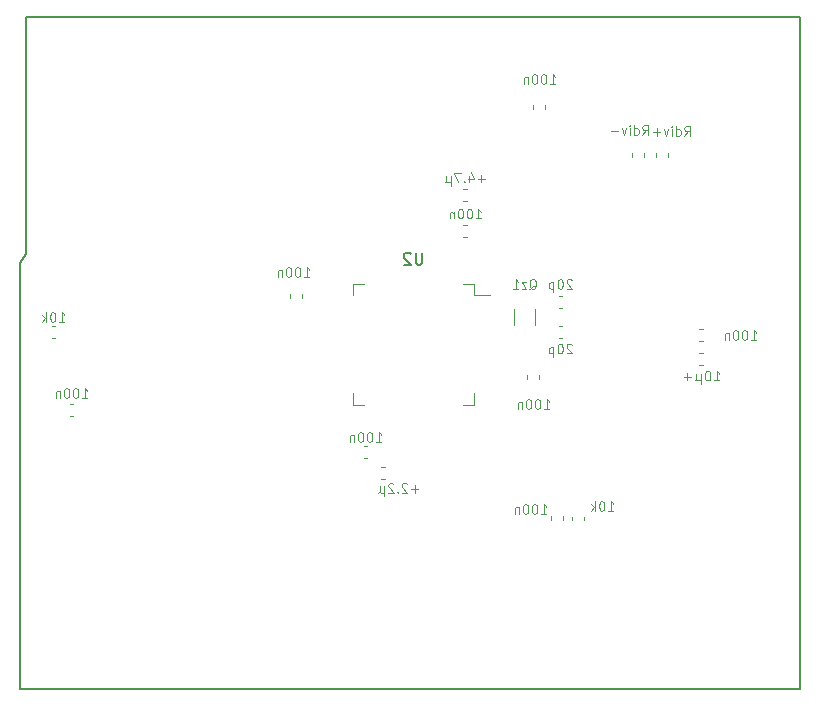
<source format=gbr>
G04 #@! TF.GenerationSoftware,KiCad,Pcbnew,(5.1.0)-1*
G04 #@! TF.CreationDate,2019-04-21T19:35:35+02:00*
G04 #@! TF.ProjectId,RM Board03,524d2042-6f61-4726-9430-332e6b696361,rev?*
G04 #@! TF.SameCoordinates,Original*
G04 #@! TF.FileFunction,Legend,Bot*
G04 #@! TF.FilePolarity,Positive*
%FSLAX46Y46*%
G04 Gerber Fmt 4.6, Leading zero omitted, Abs format (unit mm)*
G04 Created by KiCad (PCBNEW (5.1.0)-1) date 2019-04-21 19:35:35*
%MOMM*%
%LPD*%
G04 APERTURE LIST*
%ADD10C,0.150000*%
%ADD11C,0.120000*%
G04 APERTURE END LIST*
D10*
X99314000Y-118872000D02*
X99314000Y-98806000D01*
X98806000Y-119634000D02*
X99314000Y-118872000D01*
X98806000Y-155702000D02*
X98806000Y-119634000D01*
X164846000Y-155702000D02*
X98806000Y-155702000D01*
X164846000Y-98806000D02*
X164846000Y-155702000D01*
X99314000Y-98806000D02*
X164846000Y-98806000D01*
D11*
X103286779Y-132590000D02*
X102961221Y-132590000D01*
X103286779Y-131570000D02*
X102961221Y-131570000D01*
X143762000Y-141386779D02*
X143762000Y-141061221D01*
X144782000Y-141386779D02*
X144782000Y-141061221D01*
X122684000Y-122265221D02*
X122684000Y-122590779D01*
X121664000Y-122265221D02*
X121664000Y-122590779D01*
X156292733Y-127252000D02*
X156635267Y-127252000D01*
X156292733Y-128272000D02*
X156635267Y-128272000D01*
X127853221Y-135126000D02*
X128178779Y-135126000D01*
X127853221Y-136146000D02*
X128178779Y-136146000D01*
X156292733Y-125220000D02*
X156635267Y-125220000D01*
X156292733Y-126240000D02*
X156635267Y-126240000D01*
X141730000Y-129448779D02*
X141730000Y-129123221D01*
X142750000Y-129448779D02*
X142750000Y-129123221D01*
X129711267Y-137924000D02*
X129368733Y-137924000D01*
X129711267Y-136904000D02*
X129368733Y-136904000D01*
X101437221Y-124966000D02*
X101762779Y-124966000D01*
X101437221Y-125986000D02*
X101762779Y-125986000D01*
X146560000Y-141086721D02*
X146560000Y-141412279D01*
X145540000Y-141086721D02*
X145540000Y-141412279D01*
X137190000Y-122332000D02*
X138530000Y-122332000D01*
X137190000Y-121382000D02*
X137190000Y-122332000D01*
X136240000Y-121382000D02*
X137190000Y-121382000D01*
X126970000Y-121382000D02*
X126970000Y-122332000D01*
X127920000Y-121382000D02*
X126970000Y-121382000D01*
X137190000Y-131602000D02*
X137190000Y-130652000D01*
X136240000Y-131602000D02*
X137190000Y-131602000D01*
X126970000Y-131602000D02*
X126970000Y-130652000D01*
X127920000Y-131602000D02*
X126970000Y-131602000D01*
X136624279Y-117413500D02*
X136298721Y-117413500D01*
X136624279Y-116393500D02*
X136298721Y-116393500D01*
X153672000Y-110327221D02*
X153672000Y-110652779D01*
X152652000Y-110327221D02*
X152652000Y-110652779D01*
X150620000Y-110652779D02*
X150620000Y-110327221D01*
X151640000Y-110652779D02*
X151640000Y-110327221D01*
X136632767Y-114365500D02*
X136290233Y-114365500D01*
X136632767Y-113345500D02*
X136290233Y-113345500D01*
X143258000Y-106263221D02*
X143258000Y-106588779D01*
X142238000Y-106263221D02*
X142238000Y-106588779D01*
X144363221Y-122426000D02*
X144688779Y-122426000D01*
X144363221Y-123446000D02*
X144688779Y-123446000D01*
X144363221Y-124966000D02*
X144688779Y-124966000D01*
X144363221Y-125986000D02*
X144688779Y-125986000D01*
X142353000Y-124881000D02*
X142353000Y-123531000D01*
X140603000Y-124881000D02*
X140603000Y-123531000D01*
X104019238Y-131011904D02*
X104476380Y-131011904D01*
X104247809Y-131011904D02*
X104247809Y-130211904D01*
X104324000Y-130326190D01*
X104400190Y-130402380D01*
X104476380Y-130440476D01*
X103524000Y-130211904D02*
X103447809Y-130211904D01*
X103371619Y-130250000D01*
X103333523Y-130288095D01*
X103295428Y-130364285D01*
X103257333Y-130516666D01*
X103257333Y-130707142D01*
X103295428Y-130859523D01*
X103333523Y-130935714D01*
X103371619Y-130973809D01*
X103447809Y-131011904D01*
X103524000Y-131011904D01*
X103600190Y-130973809D01*
X103638285Y-130935714D01*
X103676380Y-130859523D01*
X103714476Y-130707142D01*
X103714476Y-130516666D01*
X103676380Y-130364285D01*
X103638285Y-130288095D01*
X103600190Y-130250000D01*
X103524000Y-130211904D01*
X102762095Y-130211904D02*
X102685904Y-130211904D01*
X102609714Y-130250000D01*
X102571619Y-130288095D01*
X102533523Y-130364285D01*
X102495428Y-130516666D01*
X102495428Y-130707142D01*
X102533523Y-130859523D01*
X102571619Y-130935714D01*
X102609714Y-130973809D01*
X102685904Y-131011904D01*
X102762095Y-131011904D01*
X102838285Y-130973809D01*
X102876380Y-130935714D01*
X102914476Y-130859523D01*
X102952571Y-130707142D01*
X102952571Y-130516666D01*
X102914476Y-130364285D01*
X102876380Y-130288095D01*
X102838285Y-130250000D01*
X102762095Y-130211904D01*
X102152571Y-130478571D02*
X102152571Y-131011904D01*
X102152571Y-130554761D02*
X102114476Y-130516666D01*
X102038285Y-130478571D01*
X101924000Y-130478571D01*
X101847809Y-130516666D01*
X101809714Y-130592857D01*
X101809714Y-131011904D01*
X142881238Y-140823904D02*
X143338380Y-140823904D01*
X143109809Y-140823904D02*
X143109809Y-140023904D01*
X143186000Y-140138190D01*
X143262190Y-140214380D01*
X143338380Y-140252476D01*
X142386000Y-140023904D02*
X142309809Y-140023904D01*
X142233619Y-140062000D01*
X142195523Y-140100095D01*
X142157428Y-140176285D01*
X142119333Y-140328666D01*
X142119333Y-140519142D01*
X142157428Y-140671523D01*
X142195523Y-140747714D01*
X142233619Y-140785809D01*
X142309809Y-140823904D01*
X142386000Y-140823904D01*
X142462190Y-140785809D01*
X142500285Y-140747714D01*
X142538380Y-140671523D01*
X142576476Y-140519142D01*
X142576476Y-140328666D01*
X142538380Y-140176285D01*
X142500285Y-140100095D01*
X142462190Y-140062000D01*
X142386000Y-140023904D01*
X141624095Y-140023904D02*
X141547904Y-140023904D01*
X141471714Y-140062000D01*
X141433619Y-140100095D01*
X141395523Y-140176285D01*
X141357428Y-140328666D01*
X141357428Y-140519142D01*
X141395523Y-140671523D01*
X141433619Y-140747714D01*
X141471714Y-140785809D01*
X141547904Y-140823904D01*
X141624095Y-140823904D01*
X141700285Y-140785809D01*
X141738380Y-140747714D01*
X141776476Y-140671523D01*
X141814571Y-140519142D01*
X141814571Y-140328666D01*
X141776476Y-140176285D01*
X141738380Y-140100095D01*
X141700285Y-140062000D01*
X141624095Y-140023904D01*
X141014571Y-140290571D02*
X141014571Y-140823904D01*
X141014571Y-140366761D02*
X140976476Y-140328666D01*
X140900285Y-140290571D01*
X140786000Y-140290571D01*
X140709809Y-140328666D01*
X140671714Y-140404857D01*
X140671714Y-140823904D01*
X122815238Y-120757904D02*
X123272380Y-120757904D01*
X123043809Y-120757904D02*
X123043809Y-119957904D01*
X123120000Y-120072190D01*
X123196190Y-120148380D01*
X123272380Y-120186476D01*
X122320000Y-119957904D02*
X122243809Y-119957904D01*
X122167619Y-119996000D01*
X122129523Y-120034095D01*
X122091428Y-120110285D01*
X122053333Y-120262666D01*
X122053333Y-120453142D01*
X122091428Y-120605523D01*
X122129523Y-120681714D01*
X122167619Y-120719809D01*
X122243809Y-120757904D01*
X122320000Y-120757904D01*
X122396190Y-120719809D01*
X122434285Y-120681714D01*
X122472380Y-120605523D01*
X122510476Y-120453142D01*
X122510476Y-120262666D01*
X122472380Y-120110285D01*
X122434285Y-120034095D01*
X122396190Y-119996000D01*
X122320000Y-119957904D01*
X121558095Y-119957904D02*
X121481904Y-119957904D01*
X121405714Y-119996000D01*
X121367619Y-120034095D01*
X121329523Y-120110285D01*
X121291428Y-120262666D01*
X121291428Y-120453142D01*
X121329523Y-120605523D01*
X121367619Y-120681714D01*
X121405714Y-120719809D01*
X121481904Y-120757904D01*
X121558095Y-120757904D01*
X121634285Y-120719809D01*
X121672380Y-120681714D01*
X121710476Y-120605523D01*
X121748571Y-120453142D01*
X121748571Y-120262666D01*
X121710476Y-120110285D01*
X121672380Y-120034095D01*
X121634285Y-119996000D01*
X121558095Y-119957904D01*
X120948571Y-120224571D02*
X120948571Y-120757904D01*
X120948571Y-120300761D02*
X120910476Y-120262666D01*
X120834285Y-120224571D01*
X120720000Y-120224571D01*
X120643809Y-120262666D01*
X120605714Y-120338857D01*
X120605714Y-120757904D01*
X157530666Y-129553904D02*
X157987809Y-129553904D01*
X157759238Y-129553904D02*
X157759238Y-128753904D01*
X157835428Y-128868190D01*
X157911619Y-128944380D01*
X157987809Y-128982476D01*
X157035428Y-128753904D02*
X156959238Y-128753904D01*
X156883047Y-128792000D01*
X156844952Y-128830095D01*
X156806857Y-128906285D01*
X156768761Y-129058666D01*
X156768761Y-129249142D01*
X156806857Y-129401523D01*
X156844952Y-129477714D01*
X156883047Y-129515809D01*
X156959238Y-129553904D01*
X157035428Y-129553904D01*
X157111619Y-129515809D01*
X157149714Y-129477714D01*
X157187809Y-129401523D01*
X157225904Y-129249142D01*
X157225904Y-129058666D01*
X157187809Y-128906285D01*
X157149714Y-128830095D01*
X157111619Y-128792000D01*
X157035428Y-128753904D01*
X156425904Y-129020571D02*
X156425904Y-129820571D01*
X156044952Y-129439619D02*
X156006857Y-129515809D01*
X155930666Y-129553904D01*
X156425904Y-129439619D02*
X156387809Y-129515809D01*
X156311619Y-129553904D01*
X156159238Y-129553904D01*
X156083047Y-129515809D01*
X156044952Y-129439619D01*
X156044952Y-129020571D01*
X155587809Y-129249142D02*
X154978285Y-129249142D01*
X155283047Y-129553904D02*
X155283047Y-128944380D01*
X128911238Y-134727904D02*
X129368380Y-134727904D01*
X129139809Y-134727904D02*
X129139809Y-133927904D01*
X129216000Y-134042190D01*
X129292190Y-134118380D01*
X129368380Y-134156476D01*
X128416000Y-133927904D02*
X128339809Y-133927904D01*
X128263619Y-133966000D01*
X128225523Y-134004095D01*
X128187428Y-134080285D01*
X128149333Y-134232666D01*
X128149333Y-134423142D01*
X128187428Y-134575523D01*
X128225523Y-134651714D01*
X128263619Y-134689809D01*
X128339809Y-134727904D01*
X128416000Y-134727904D01*
X128492190Y-134689809D01*
X128530285Y-134651714D01*
X128568380Y-134575523D01*
X128606476Y-134423142D01*
X128606476Y-134232666D01*
X128568380Y-134080285D01*
X128530285Y-134004095D01*
X128492190Y-133966000D01*
X128416000Y-133927904D01*
X127654095Y-133927904D02*
X127577904Y-133927904D01*
X127501714Y-133966000D01*
X127463619Y-134004095D01*
X127425523Y-134080285D01*
X127387428Y-134232666D01*
X127387428Y-134423142D01*
X127425523Y-134575523D01*
X127463619Y-134651714D01*
X127501714Y-134689809D01*
X127577904Y-134727904D01*
X127654095Y-134727904D01*
X127730285Y-134689809D01*
X127768380Y-134651714D01*
X127806476Y-134575523D01*
X127844571Y-134423142D01*
X127844571Y-134232666D01*
X127806476Y-134080285D01*
X127768380Y-134004095D01*
X127730285Y-133966000D01*
X127654095Y-133927904D01*
X127044571Y-134194571D02*
X127044571Y-134727904D01*
X127044571Y-134270761D02*
X127006476Y-134232666D01*
X126930285Y-134194571D01*
X126816000Y-134194571D01*
X126739809Y-134232666D01*
X126701714Y-134308857D01*
X126701714Y-134727904D01*
X160661238Y-126091904D02*
X161118380Y-126091904D01*
X160889809Y-126091904D02*
X160889809Y-125291904D01*
X160966000Y-125406190D01*
X161042190Y-125482380D01*
X161118380Y-125520476D01*
X160166000Y-125291904D02*
X160089809Y-125291904D01*
X160013619Y-125330000D01*
X159975523Y-125368095D01*
X159937428Y-125444285D01*
X159899333Y-125596666D01*
X159899333Y-125787142D01*
X159937428Y-125939523D01*
X159975523Y-126015714D01*
X160013619Y-126053809D01*
X160089809Y-126091904D01*
X160166000Y-126091904D01*
X160242190Y-126053809D01*
X160280285Y-126015714D01*
X160318380Y-125939523D01*
X160356476Y-125787142D01*
X160356476Y-125596666D01*
X160318380Y-125444285D01*
X160280285Y-125368095D01*
X160242190Y-125330000D01*
X160166000Y-125291904D01*
X159404095Y-125291904D02*
X159327904Y-125291904D01*
X159251714Y-125330000D01*
X159213619Y-125368095D01*
X159175523Y-125444285D01*
X159137428Y-125596666D01*
X159137428Y-125787142D01*
X159175523Y-125939523D01*
X159213619Y-126015714D01*
X159251714Y-126053809D01*
X159327904Y-126091904D01*
X159404095Y-126091904D01*
X159480285Y-126053809D01*
X159518380Y-126015714D01*
X159556476Y-125939523D01*
X159594571Y-125787142D01*
X159594571Y-125596666D01*
X159556476Y-125444285D01*
X159518380Y-125368095D01*
X159480285Y-125330000D01*
X159404095Y-125291904D01*
X158794571Y-125558571D02*
X158794571Y-126091904D01*
X158794571Y-125634761D02*
X158756476Y-125596666D01*
X158680285Y-125558571D01*
X158566000Y-125558571D01*
X158489809Y-125596666D01*
X158451714Y-125672857D01*
X158451714Y-126091904D01*
X143135238Y-131933904D02*
X143592380Y-131933904D01*
X143363809Y-131933904D02*
X143363809Y-131133904D01*
X143440000Y-131248190D01*
X143516190Y-131324380D01*
X143592380Y-131362476D01*
X142640000Y-131133904D02*
X142563809Y-131133904D01*
X142487619Y-131172000D01*
X142449523Y-131210095D01*
X142411428Y-131286285D01*
X142373333Y-131438666D01*
X142373333Y-131629142D01*
X142411428Y-131781523D01*
X142449523Y-131857714D01*
X142487619Y-131895809D01*
X142563809Y-131933904D01*
X142640000Y-131933904D01*
X142716190Y-131895809D01*
X142754285Y-131857714D01*
X142792380Y-131781523D01*
X142830476Y-131629142D01*
X142830476Y-131438666D01*
X142792380Y-131286285D01*
X142754285Y-131210095D01*
X142716190Y-131172000D01*
X142640000Y-131133904D01*
X141878095Y-131133904D02*
X141801904Y-131133904D01*
X141725714Y-131172000D01*
X141687619Y-131210095D01*
X141649523Y-131286285D01*
X141611428Y-131438666D01*
X141611428Y-131629142D01*
X141649523Y-131781523D01*
X141687619Y-131857714D01*
X141725714Y-131895809D01*
X141801904Y-131933904D01*
X141878095Y-131933904D01*
X141954285Y-131895809D01*
X141992380Y-131857714D01*
X142030476Y-131781523D01*
X142068571Y-131629142D01*
X142068571Y-131438666D01*
X142030476Y-131286285D01*
X141992380Y-131210095D01*
X141954285Y-131172000D01*
X141878095Y-131133904D01*
X141268571Y-131400571D02*
X141268571Y-131933904D01*
X141268571Y-131476761D02*
X141230476Y-131438666D01*
X141154285Y-131400571D01*
X141040000Y-131400571D01*
X140963809Y-131438666D01*
X140925714Y-131514857D01*
X140925714Y-131933904D01*
X132486190Y-138741142D02*
X131876666Y-138741142D01*
X132181428Y-139045904D02*
X132181428Y-138436380D01*
X131533809Y-138322095D02*
X131495714Y-138284000D01*
X131419523Y-138245904D01*
X131229047Y-138245904D01*
X131152857Y-138284000D01*
X131114761Y-138322095D01*
X131076666Y-138398285D01*
X131076666Y-138474476D01*
X131114761Y-138588761D01*
X131571904Y-139045904D01*
X131076666Y-139045904D01*
X130733809Y-138969714D02*
X130695714Y-139007809D01*
X130733809Y-139045904D01*
X130771904Y-139007809D01*
X130733809Y-138969714D01*
X130733809Y-139045904D01*
X130390952Y-138322095D02*
X130352857Y-138284000D01*
X130276666Y-138245904D01*
X130086190Y-138245904D01*
X130010000Y-138284000D01*
X129971904Y-138322095D01*
X129933809Y-138398285D01*
X129933809Y-138474476D01*
X129971904Y-138588761D01*
X130429047Y-139045904D01*
X129933809Y-139045904D01*
X129590952Y-138512571D02*
X129590952Y-139312571D01*
X129210000Y-138931619D02*
X129171904Y-139007809D01*
X129095714Y-139045904D01*
X129590952Y-138931619D02*
X129552857Y-139007809D01*
X129476666Y-139045904D01*
X129324285Y-139045904D01*
X129248095Y-139007809D01*
X129210000Y-138931619D01*
X129210000Y-138512571D01*
X102076190Y-124567904D02*
X102533333Y-124567904D01*
X102304761Y-124567904D02*
X102304761Y-123767904D01*
X102380952Y-123882190D01*
X102457142Y-123958380D01*
X102533333Y-123996476D01*
X101580952Y-123767904D02*
X101504761Y-123767904D01*
X101428571Y-123806000D01*
X101390476Y-123844095D01*
X101352380Y-123920285D01*
X101314285Y-124072666D01*
X101314285Y-124263142D01*
X101352380Y-124415523D01*
X101390476Y-124491714D01*
X101428571Y-124529809D01*
X101504761Y-124567904D01*
X101580952Y-124567904D01*
X101657142Y-124529809D01*
X101695238Y-124491714D01*
X101733333Y-124415523D01*
X101771428Y-124263142D01*
X101771428Y-124072666D01*
X101733333Y-123920285D01*
X101695238Y-123844095D01*
X101657142Y-123806000D01*
X101580952Y-123767904D01*
X100971428Y-124567904D02*
X100971428Y-123767904D01*
X100895238Y-124263142D02*
X100666666Y-124567904D01*
X100666666Y-124034571D02*
X100971428Y-124339333D01*
X148558190Y-140569904D02*
X149015333Y-140569904D01*
X148786761Y-140569904D02*
X148786761Y-139769904D01*
X148862952Y-139884190D01*
X148939142Y-139960380D01*
X149015333Y-139998476D01*
X148062952Y-139769904D02*
X147986761Y-139769904D01*
X147910571Y-139808000D01*
X147872476Y-139846095D01*
X147834380Y-139922285D01*
X147796285Y-140074666D01*
X147796285Y-140265142D01*
X147834380Y-140417523D01*
X147872476Y-140493714D01*
X147910571Y-140531809D01*
X147986761Y-140569904D01*
X148062952Y-140569904D01*
X148139142Y-140531809D01*
X148177238Y-140493714D01*
X148215333Y-140417523D01*
X148253428Y-140265142D01*
X148253428Y-140074666D01*
X148215333Y-139922285D01*
X148177238Y-139846095D01*
X148139142Y-139808000D01*
X148062952Y-139769904D01*
X147453428Y-140569904D02*
X147453428Y-139769904D01*
X147377238Y-140265142D02*
X147148666Y-140569904D01*
X147148666Y-140036571D02*
X147453428Y-140341333D01*
D10*
X132841904Y-118744380D02*
X132841904Y-119553904D01*
X132794285Y-119649142D01*
X132746666Y-119696761D01*
X132651428Y-119744380D01*
X132460952Y-119744380D01*
X132365714Y-119696761D01*
X132318095Y-119649142D01*
X132270476Y-119553904D01*
X132270476Y-118744380D01*
X131841904Y-118839619D02*
X131794285Y-118792000D01*
X131699047Y-118744380D01*
X131460952Y-118744380D01*
X131365714Y-118792000D01*
X131318095Y-118839619D01*
X131270476Y-118934857D01*
X131270476Y-119030095D01*
X131318095Y-119172952D01*
X131889523Y-119744380D01*
X131270476Y-119744380D01*
D11*
X137356738Y-115835404D02*
X137813880Y-115835404D01*
X137585309Y-115835404D02*
X137585309Y-115035404D01*
X137661500Y-115149690D01*
X137737690Y-115225880D01*
X137813880Y-115263976D01*
X136861500Y-115035404D02*
X136785309Y-115035404D01*
X136709119Y-115073500D01*
X136671023Y-115111595D01*
X136632928Y-115187785D01*
X136594833Y-115340166D01*
X136594833Y-115530642D01*
X136632928Y-115683023D01*
X136671023Y-115759214D01*
X136709119Y-115797309D01*
X136785309Y-115835404D01*
X136861500Y-115835404D01*
X136937690Y-115797309D01*
X136975785Y-115759214D01*
X137013880Y-115683023D01*
X137051976Y-115530642D01*
X137051976Y-115340166D01*
X137013880Y-115187785D01*
X136975785Y-115111595D01*
X136937690Y-115073500D01*
X136861500Y-115035404D01*
X136099595Y-115035404D02*
X136023404Y-115035404D01*
X135947214Y-115073500D01*
X135909119Y-115111595D01*
X135871023Y-115187785D01*
X135832928Y-115340166D01*
X135832928Y-115530642D01*
X135871023Y-115683023D01*
X135909119Y-115759214D01*
X135947214Y-115797309D01*
X136023404Y-115835404D01*
X136099595Y-115835404D01*
X136175785Y-115797309D01*
X136213880Y-115759214D01*
X136251976Y-115683023D01*
X136290071Y-115530642D01*
X136290071Y-115340166D01*
X136251976Y-115187785D01*
X136213880Y-115111595D01*
X136175785Y-115073500D01*
X136099595Y-115035404D01*
X135490071Y-115302071D02*
X135490071Y-115835404D01*
X135490071Y-115378261D02*
X135451976Y-115340166D01*
X135375785Y-115302071D01*
X135261500Y-115302071D01*
X135185309Y-115340166D01*
X135147214Y-115416357D01*
X135147214Y-115835404D01*
X155028761Y-108819904D02*
X155295428Y-108438952D01*
X155485904Y-108819904D02*
X155485904Y-108019904D01*
X155181142Y-108019904D01*
X155104952Y-108058000D01*
X155066857Y-108096095D01*
X155028761Y-108172285D01*
X155028761Y-108286571D01*
X155066857Y-108362761D01*
X155104952Y-108400857D01*
X155181142Y-108438952D01*
X155485904Y-108438952D01*
X154343047Y-108819904D02*
X154343047Y-108019904D01*
X154343047Y-108781809D02*
X154419238Y-108819904D01*
X154571619Y-108819904D01*
X154647809Y-108781809D01*
X154685904Y-108743714D01*
X154724000Y-108667523D01*
X154724000Y-108438952D01*
X154685904Y-108362761D01*
X154647809Y-108324666D01*
X154571619Y-108286571D01*
X154419238Y-108286571D01*
X154343047Y-108324666D01*
X153962095Y-108819904D02*
X153962095Y-108286571D01*
X153962095Y-108019904D02*
X154000190Y-108058000D01*
X153962095Y-108096095D01*
X153924000Y-108058000D01*
X153962095Y-108019904D01*
X153962095Y-108096095D01*
X153657333Y-108286571D02*
X153466857Y-108819904D01*
X153276380Y-108286571D01*
X152971619Y-108515142D02*
X152362095Y-108515142D01*
X152666857Y-108819904D02*
X152666857Y-108210380D01*
X151472761Y-108756404D02*
X151739428Y-108375452D01*
X151929904Y-108756404D02*
X151929904Y-107956404D01*
X151625142Y-107956404D01*
X151548952Y-107994500D01*
X151510857Y-108032595D01*
X151472761Y-108108785D01*
X151472761Y-108223071D01*
X151510857Y-108299261D01*
X151548952Y-108337357D01*
X151625142Y-108375452D01*
X151929904Y-108375452D01*
X150787047Y-108756404D02*
X150787047Y-107956404D01*
X150787047Y-108718309D02*
X150863238Y-108756404D01*
X151015619Y-108756404D01*
X151091809Y-108718309D01*
X151129904Y-108680214D01*
X151168000Y-108604023D01*
X151168000Y-108375452D01*
X151129904Y-108299261D01*
X151091809Y-108261166D01*
X151015619Y-108223071D01*
X150863238Y-108223071D01*
X150787047Y-108261166D01*
X150406095Y-108756404D02*
X150406095Y-108223071D01*
X150406095Y-107956404D02*
X150444190Y-107994500D01*
X150406095Y-108032595D01*
X150368000Y-107994500D01*
X150406095Y-107956404D01*
X150406095Y-108032595D01*
X150101333Y-108223071D02*
X149910857Y-108756404D01*
X149720380Y-108223071D01*
X149415619Y-108451642D02*
X148806095Y-108451642D01*
X138137690Y-112482642D02*
X137528166Y-112482642D01*
X137832928Y-112787404D02*
X137832928Y-112177880D01*
X136804357Y-112254071D02*
X136804357Y-112787404D01*
X136994833Y-111949309D02*
X137185309Y-112520738D01*
X136690071Y-112520738D01*
X136385309Y-112711214D02*
X136347214Y-112749309D01*
X136385309Y-112787404D01*
X136423404Y-112749309D01*
X136385309Y-112711214D01*
X136385309Y-112787404D01*
X136080547Y-111987404D02*
X135547214Y-111987404D01*
X135890071Y-112787404D01*
X135242452Y-112254071D02*
X135242452Y-113054071D01*
X134861500Y-112673119D02*
X134823404Y-112749309D01*
X134747214Y-112787404D01*
X135242452Y-112673119D02*
X135204357Y-112749309D01*
X135128166Y-112787404D01*
X134975785Y-112787404D01*
X134899595Y-112749309D01*
X134861500Y-112673119D01*
X134861500Y-112254071D01*
X143643238Y-104438404D02*
X144100380Y-104438404D01*
X143871809Y-104438404D02*
X143871809Y-103638404D01*
X143948000Y-103752690D01*
X144024190Y-103828880D01*
X144100380Y-103866976D01*
X143148000Y-103638404D02*
X143071809Y-103638404D01*
X142995619Y-103676500D01*
X142957523Y-103714595D01*
X142919428Y-103790785D01*
X142881333Y-103943166D01*
X142881333Y-104133642D01*
X142919428Y-104286023D01*
X142957523Y-104362214D01*
X142995619Y-104400309D01*
X143071809Y-104438404D01*
X143148000Y-104438404D01*
X143224190Y-104400309D01*
X143262285Y-104362214D01*
X143300380Y-104286023D01*
X143338476Y-104133642D01*
X143338476Y-103943166D01*
X143300380Y-103790785D01*
X143262285Y-103714595D01*
X143224190Y-103676500D01*
X143148000Y-103638404D01*
X142386095Y-103638404D02*
X142309904Y-103638404D01*
X142233714Y-103676500D01*
X142195619Y-103714595D01*
X142157523Y-103790785D01*
X142119428Y-103943166D01*
X142119428Y-104133642D01*
X142157523Y-104286023D01*
X142195619Y-104362214D01*
X142233714Y-104400309D01*
X142309904Y-104438404D01*
X142386095Y-104438404D01*
X142462285Y-104400309D01*
X142500380Y-104362214D01*
X142538476Y-104286023D01*
X142576571Y-104133642D01*
X142576571Y-103943166D01*
X142538476Y-103790785D01*
X142500380Y-103714595D01*
X142462285Y-103676500D01*
X142386095Y-103638404D01*
X141776571Y-103905071D02*
X141776571Y-104438404D01*
X141776571Y-103981261D02*
X141738476Y-103943166D01*
X141662285Y-103905071D01*
X141548000Y-103905071D01*
X141471809Y-103943166D01*
X141433714Y-104019357D01*
X141433714Y-104438404D01*
X145497428Y-121050095D02*
X145459333Y-121012000D01*
X145383142Y-120973904D01*
X145192666Y-120973904D01*
X145116476Y-121012000D01*
X145078380Y-121050095D01*
X145040285Y-121126285D01*
X145040285Y-121202476D01*
X145078380Y-121316761D01*
X145535523Y-121773904D01*
X145040285Y-121773904D01*
X144545047Y-120973904D02*
X144468857Y-120973904D01*
X144392666Y-121012000D01*
X144354571Y-121050095D01*
X144316476Y-121126285D01*
X144278380Y-121278666D01*
X144278380Y-121469142D01*
X144316476Y-121621523D01*
X144354571Y-121697714D01*
X144392666Y-121735809D01*
X144468857Y-121773904D01*
X144545047Y-121773904D01*
X144621238Y-121735809D01*
X144659333Y-121697714D01*
X144697428Y-121621523D01*
X144735523Y-121469142D01*
X144735523Y-121278666D01*
X144697428Y-121126285D01*
X144659333Y-121050095D01*
X144621238Y-121012000D01*
X144545047Y-120973904D01*
X143935523Y-121240571D02*
X143935523Y-122040571D01*
X143935523Y-121278666D02*
X143859333Y-121240571D01*
X143706952Y-121240571D01*
X143630761Y-121278666D01*
X143592666Y-121316761D01*
X143554571Y-121392952D01*
X143554571Y-121621523D01*
X143592666Y-121697714D01*
X143630761Y-121735809D01*
X143706952Y-121773904D01*
X143859333Y-121773904D01*
X143935523Y-121735809D01*
X145497428Y-126544095D02*
X145459333Y-126506000D01*
X145383142Y-126467904D01*
X145192666Y-126467904D01*
X145116476Y-126506000D01*
X145078380Y-126544095D01*
X145040285Y-126620285D01*
X145040285Y-126696476D01*
X145078380Y-126810761D01*
X145535523Y-127267904D01*
X145040285Y-127267904D01*
X144545047Y-126467904D02*
X144468857Y-126467904D01*
X144392666Y-126506000D01*
X144354571Y-126544095D01*
X144316476Y-126620285D01*
X144278380Y-126772666D01*
X144278380Y-126963142D01*
X144316476Y-127115523D01*
X144354571Y-127191714D01*
X144392666Y-127229809D01*
X144468857Y-127267904D01*
X144545047Y-127267904D01*
X144621238Y-127229809D01*
X144659333Y-127191714D01*
X144697428Y-127115523D01*
X144735523Y-126963142D01*
X144735523Y-126772666D01*
X144697428Y-126620285D01*
X144659333Y-126544095D01*
X144621238Y-126506000D01*
X144545047Y-126467904D01*
X143935523Y-126734571D02*
X143935523Y-127534571D01*
X143935523Y-126772666D02*
X143859333Y-126734571D01*
X143706952Y-126734571D01*
X143630761Y-126772666D01*
X143592666Y-126810761D01*
X143554571Y-126886952D01*
X143554571Y-127115523D01*
X143592666Y-127191714D01*
X143630761Y-127229809D01*
X143706952Y-127267904D01*
X143859333Y-127267904D01*
X143935523Y-127229809D01*
X141878000Y-121850095D02*
X141954190Y-121812000D01*
X142030380Y-121735809D01*
X142144666Y-121621523D01*
X142220857Y-121583428D01*
X142297047Y-121583428D01*
X142258952Y-121773904D02*
X142335142Y-121735809D01*
X142411333Y-121659619D01*
X142449428Y-121507238D01*
X142449428Y-121240571D01*
X142411333Y-121088190D01*
X142335142Y-121012000D01*
X142258952Y-120973904D01*
X142106571Y-120973904D01*
X142030380Y-121012000D01*
X141954190Y-121088190D01*
X141916095Y-121240571D01*
X141916095Y-121507238D01*
X141954190Y-121659619D01*
X142030380Y-121735809D01*
X142106571Y-121773904D01*
X142258952Y-121773904D01*
X141649428Y-121240571D02*
X141230380Y-121240571D01*
X141649428Y-121773904D01*
X141230380Y-121773904D01*
X140506571Y-121773904D02*
X140963714Y-121773904D01*
X140735142Y-121773904D02*
X140735142Y-120973904D01*
X140811333Y-121088190D01*
X140887523Y-121164380D01*
X140963714Y-121202476D01*
M02*

</source>
